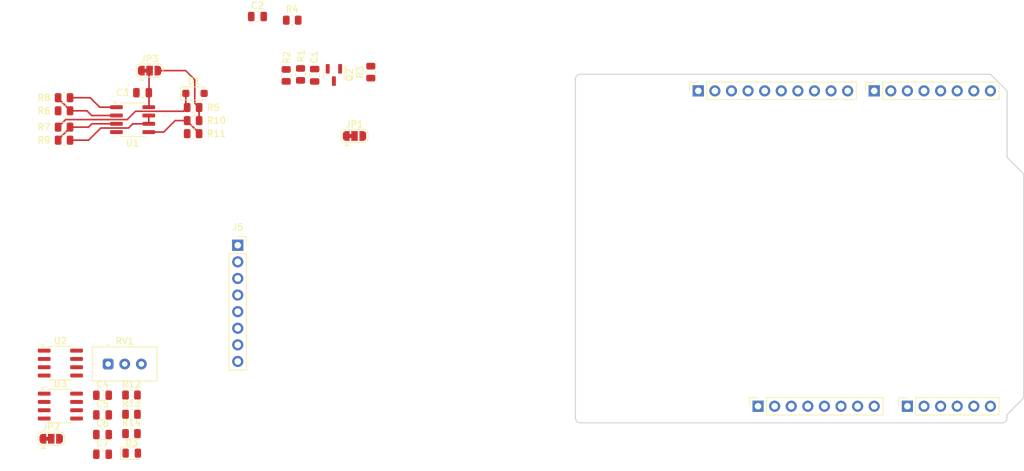
<source format=kicad_pcb>
(kicad_pcb (version 20240108) (generator "pcbnew") (generator_version "8.0")
  (title_block (date "mar. 31 mars 2015"))
  (layers (0 "F.Cu" signal) (31 "B.Cu" signal) (34 "B.Paste" user) (35 "F.Paste" user) (36 "B.SilkS" user "B.Silkscreen") (37 "F.SilkS" user "F.Silkscreen") (38 "B.Mask" user) (39 "F.Mask" user) (44 "Edge.Cuts" user))
  (net 0 "")
  (net 1 "GND")
  (net 3 "+5V")
  (net 4 "/IOREF")
  (net 5 "/A0")
  (net 6 "/A1")
  (net 7 "/A2")
  (net 8 "/A3")
  (net 9 "/SDA{slash}A4")
  (net 10 "/SCL{slash}A5")
  (net 11 "/13")
  (net 12 "/12")
  (net 13 "/AREF")
  (net 14 "/8")
  (net 15 "/7")
  (net 16 "/*11")
  (net 17 "/*10")
  (net 18 "/*9")
  (net 19 "/4")
  (net 20 "/2")
  (net 21 "/*6")
  (net 22 "/*5")
  (net 23 "/TX{slash}1")
  (net 24 "/*3")
  (net 25 "/RX{slash}0")
  (net 26 "+3V3")
  (net 27 "VCC")
  (net 28 "/~{RESET}")
  (net 29 "/IR Sensor/PT_in")
  (net 30 "Net-(Q2-B)")
  (net 31 "Net-(Q2-C)")
  (net 32 "Net-(JP3-C)")
  (net 33 "/Ultrasonic Sesnor/US_in")
  (net 34 "Net-(U3-+)")
  (net 35 "/Ultrasonic Sesnor/US_V+")
  (net 36 "Net-(D2-K)")
  (net 37 "Net-(D1-K)")
  (net 38 "Net-(D3-A)")
  (net 39 "/Magnet Sensor/MAG_in")
  (net 41 "Net-(JP1-C)")
  (net 42 "Net-(U1A--)")
  (net 43 "Net-(U1A-+)")
  (net 44 "Net-(U1B-+)")
  (net 45 "Net-(U2A--)")
  (net 50 "Net-(D2-A)")
  (footprint "Connector_PinSocket_2.54mm:PinSocket_1x08_P2.54mm_Vertical" (layer "F.Cu") (at 127.94 97.46 90)
    (property "Reference" "J1" (hide yes))
    (property "Value" "Power")
    (fp_line (start 1.33 -1.33) (end 1.33 0) (stroke (width 0.12)) (layer "F.SilkS"))
    (fp_line (start 0 -1.33) (end 1.33 -1.33) (stroke (width 0.12)) (layer "F.SilkS"))
    (fp_line (start 1.33 1.27) (end 1.33 19.11) (stroke (width 0.12)) (layer "F.SilkS"))
    (fp_line (start -1.33 1.27) (end 1.33 1.27) (stroke (width 0.12)) (layer "F.SilkS"))
    (fp_line (start -1.33 1.27) (end -1.33 19.11) (stroke (width 0.12)) (layer "F.SilkS"))
    (fp_line (start -1.33 19.11) (end 1.33 19.11) (stroke (width 0.12)) (layer "F.SilkS"))
    (pad "1" thru_hole rect (at 0 0 90) (size 1.7 1.7) (drill 1) (layers "*.Cu" "*.Mask"))
    (pad "2" thru_hole oval (at 0 2.54 90) (size 1.7 1.7) (drill 1) (layers "*.Cu" "*.Mask") (net 4 "/IOREF"))
    (pad "3" thru_hole oval (at 0 5.08 90) (size 1.7 1.7) (drill 1) (layers "*.Cu" "*.Mask") (net 28 "/~{RESET}"))
    (pad "4" thru_hole oval (at 0 7.62 90) (size 1.7 1.7) (drill 1) (layers "*.Cu" "*.Mask") (net 26 "+3V3"))
    (pad "5" thru_hole oval (at 0 10.16 90) (size 1.7 1.7) (drill 1) (layers "*.Cu" "*.Mask") (net 3 "+5V"))
    (pad "6" thru_hole oval (at 0 12.7 90) (size 1.7 1.7) (drill 1) (layers "*.Cu" "*.Mask") (net 1 "GND"))
    (pad "7" thru_hole oval (at 0 15.24 90) (size 1.7 1.7) (drill 1) (layers "*.Cu" "*.Mask") (net 1 "GND"))
    (pad "8" thru_hole oval (at 0 17.78 90) (size 1.7 1.7) (drill 1) (layers "*.Cu" "*.Mask") (net 27 "VCC"))
  )
  (footprint "Connector_PinSocket_2.54mm:PinSocket_1x06_P2.54mm_Vertical" (layer "F.Cu") (at 150.8 97.46 90)
    (property "Reference" "J3" (hide yes))
    (property "Value" "Analog")
    (fp_line (start 1.33 -1.33) (end 1.33 0) (stroke (width 0.12)) (layer "F.SilkS"))
    (fp_line (start 0 -1.33) (end 1.33 -1.33) (stroke (width 0.12)) (layer "F.SilkS"))
    (fp_line (start 1.33 1.27) (end 1.33 14.03) (stroke (width 0.12)) (layer "F.SilkS"))
    (fp_line (start -1.33 1.27) (end 1.33 1.27) (stroke (width 0.12)) (layer "F.SilkS"))
    (fp_line (start -1.33 1.27) (end -1.33 14.03) (stroke (width 0.12)) (layer "F.SilkS"))
    (fp_line (start -1.33 14.03) (end 1.33 14.03) (stroke (width 0.12)) (layer "F.SilkS"))
    (pad "1" thru_hole rect (at 0 0 90) (size 1.7 1.7) (drill 1) (layers "*.Cu" "*.Mask") (net 5 "/A0"))
    (pad "2" thru_hole oval (at 0 2.54 90) (size 1.7 1.7) (drill 1) (layers "*.Cu" "*.Mask") (net 6 "/A1"))
    (pad "3" thru_hole oval (at 0 5.08 90) (size 1.7 1.7) (drill 1) (layers "*.Cu" "*.Mask") (net 7 "/A2"))
    (pad "4" thru_hole oval (at 0 7.62 90) (size 1.7 1.7) (drill 1) (layers "*.Cu" "*.Mask") (net 8 "/A3"))
    (pad "5" thru_hole oval (at 0 10.16 90) (size 1.7 1.7) (drill 1) (layers "*.Cu" "*.Mask") (net 9 "/SDA{slash}A4"))
    (pad "6" thru_hole oval (at 0 12.7 90) (size 1.7 1.7) (drill 1) (layers "*.Cu" "*.Mask") (net 10 "/SCL{slash}A5"))
  )
  (footprint "Connector_PinSocket_2.54mm:PinSocket_1x10_P2.54mm_Vertical" (layer "F.Cu") (at 118.796 49.2 90)
    (property "Reference" "J2" (hide yes))
    (property "Value" "Digital/PWM")
    (fp_line (start 1.33 -1.33) (end 1.33 0) (stroke (width 0.12)) (layer "F.SilkS"))
    (fp_line (start 0 -1.33) (end 1.33 -1.33) (stroke (width 0.12)) (layer "F.SilkS"))
    (fp_line (start 1.33 1.27) (end 1.33 24.19) (stroke (width 0.12)) (layer "F.SilkS"))
    (fp_line (start -1.33 1.27) (end 1.33 1.27) (stroke (width 0.12)) (layer "F.SilkS"))
    (fp_line (start -1.33 1.27) (end -1.33 24.19) (stroke (width 0.12)) (layer "F.SilkS"))
    (fp_line (start -1.33 24.19) (end 1.33 24.19) (stroke (width 0.12)) (layer "F.SilkS"))
    (pad "1" thru_hole rect (at 0 0 90) (size 1.7 1.7) (drill 1) (layers "*.Cu" "*.Mask") (net 10 "/SCL{slash}A5"))
    (pad "2" thru_hole oval (at 0 2.54 90) (size 1.7 1.7) (drill 1) (layers "*.Cu" "*.Mask") (net 9 "/SDA{slash}A4"))
    (pad "3" thru_hole oval (at 0 5.08 90) (size 1.7 1.7) (drill 1) (layers "*.Cu" "*.Mask") (net 13 "/AREF"))
    (pad "4" thru_hole oval (at 0 7.62 90) (size 1.7 1.7) (drill 1) (layers "*.Cu" "*.Mask") (net 1 "GND"))
    (pad "5" thru_hole oval (at 0 10.16 90) (size 1.7 1.7) (drill 1) (layers "*.Cu" "*.Mask") (net 11 "/13"))
    (pad "6" thru_hole oval (at 0 12.7 90) (size 1.7 1.7) (drill 1) (layers "*.Cu" "*.Mask") (net 12 "/12"))
    (pad "7" thru_hole oval (at 0 15.24 90) (size 1.7 1.7) (drill 1) (layers "*.Cu" "*.Mask") (net 16 "/*11"))
    (pad "8" thru_hole oval (at 0 17.78 90) (size 1.7 1.7) (drill 1) (layers "*.Cu" "*.Mask") (net 17 "/*10"))
    (pad "9" thru_hole oval (at 0 20.32 90) (size 1.7 1.7) (drill 1) (layers "*.Cu" "*.Mask") (net 18 "/*9"))
    (pad "10" thru_hole oval (at 0 22.86 90) (size 1.7 1.7) (drill 1) (layers "*.Cu" "*.Mask") (net 14 "/8"))
  )
  (footprint "Connector_PinSocket_2.54mm:PinSocket_1x08_P2.54mm_Vertical" (layer "F.Cu") (at 145.72 49.2 90)
    (property "Reference" "J4" (hide yes))
    (property "Value" "Digital/PWM")
    (fp_line (start 1.33 -1.33) (end 1.33 0) (stroke (width 0.12)) (layer "F.SilkS"))
    (fp_line (start 0 -1.33) (end 1.33 -1.33) (stroke (width 0.12)) (layer "F.SilkS"))
    (fp_line (start 1.33 1.27) (end 1.33 19.11) (stroke (width 0.12)) (layer "F.SilkS"))
    (fp_line (start -1.33 1.27) (end 1.33 1.27) (stroke (width 0.12)) (layer "F.SilkS"))
    (fp_line (start -1.33 1.27) (end -1.33 19.11) (stroke (width 0.12)) (layer "F.SilkS"))
    (fp_line (start -1.33 19.11) (end 1.33 19.11) (stroke (width 0.12)) (layer "F.SilkS"))
    (pad "1" thru_hole rect (at 0 0 90) (size 1.7 1.7) (drill 1) (layers "*.Cu" "*.Mask") (net 15 "/7"))
    (pad "2" thru_hole oval (at 0 2.54 90) (size 1.7 1.7) (drill 1) (layers "*.Cu" "*.Mask") (net 21 "/*6"))
    (pad "3" thru_hole oval (at 0 5.08 90) (size 1.7 1.7) (drill 1) (layers "*.Cu" "*.Mask") (net 22 "/*5"))
    (pad "4" thru_hole oval (at 0 7.62 90) (size 1.7 1.7) (drill 1) (layers "*.Cu" "*.Mask") (net 19 "/4"))
    (pad "5" thru_hole oval (at 0 10.16 90) (size 1.7 1.7) (drill 1) (layers "*.Cu" "*.Mask") (net 24 "/*3"))
    (pad "6" thru_hole oval (at 0 12.7 90) (size 1.7 1.7) (drill 1) (layers "*.Cu" "*.Mask") (net 20 "/2"))
    (pad "7" thru_hole oval (at 0 15.24 90) (size 1.7 1.7) (drill 1) (layers "*.Cu" "*.Mask") (net 23 "/TX{slash}1"))
    (pad "8" thru_hole oval (at 0 17.78 90) (size 1.7 1.7) (drill 1) (layers "*.Cu" "*.Mask") (net 25 "/RX{slash}0"))
  )
  (footprint "Jumper:SolderJumper-3_P1.3mm_Bridged12_RoundedPad1.0x1.5mm" (layer "F.Cu") (at 34.835 46.105)
    (property "Reference" "JP3" (at 0 -1.8 0) (layer "F.SilkS"))
    (property "Value" "Jumper_3_Bridged12" (hide yes))
    (fp_poly (pts (xy -0.9 -0.3) (xy -0.4 -0.3) (xy -0.4 0.3) (xy -0.9 0.3)) (fill solid) (layer "F.Cu"))
    (fp_line (start -2.05 0.3) (end -2.05 -0.3) (stroke (width 0.12)) (layer "F.SilkS"))
    (fp_line (start -1.5 1.5) (end -0.9 1.5) (stroke (width 0.12)) (layer "F.SilkS"))
    (fp_line (start -1.4 -1) (end 1.4 -1) (stroke (width 0.12)) (layer "F.SilkS"))
    (fp_line (start -1.2 1.2) (end -1.5 1.5) (stroke (width 0.12)) (layer "F.SilkS"))
    (fp_line (start -1.2 1.2) (end -0.9 1.5) (stroke (width 0.12)) (layer "F.SilkS"))
    (fp_line (start 1.4 1) (end -1.4 1) (stroke (width 0.12)) (layer "F.SilkS"))
    (fp_line (start 2.05 -0.3) (end 2.05 0.3) (stroke (width 0.12)) (layer "F.SilkS"))
    (fp_arc (start -2.05 -0.3) (mid -1.844975 -0.794975) (end -1.35 -1) (stroke (width 0.12)) (layer "F.SilkS"))
    (fp_arc (start -1.35 1) (mid -1.844975 0.794975) (end -2.05 0.3) (stroke (width 0.12)) (layer "F.SilkS"))
    (fp_arc (start 1.35 -1) (mid 1.844975 -0.794975) (end 2.05 -0.3) (stroke (width 0.12)) (layer "F.SilkS"))
    (fp_arc (start 2.05 0.3) (mid 1.844975 0.794975) (end 1.35 1) (stroke (width 0.12)) (layer "F.SilkS"))
    (pad "1" smd custom (at -1.3 0) (size 1 0.5) (layers "F.Cu" "F.Mask") (net 26 "+3V3") (options (clearance outline) (anchor rect)) (primitives (gr_circle (center 0 0.25) (end 0.5 0.25) (width 0) (fill yes)) (gr_circle (center 0 -0.25) (end 0.5 -0.25) (width 0) (fill yes)) (gr_poly (pts (xy 0.55 0.75) (xy 0 0.75) (xy 0 -0.75) (xy 0.55 -0.75)) (width 0) (fill yes))))
    (pad "2" smd rect (at 0 0) (size 1 1.5) (layers "F.Cu" "F.Mask") (net 32 "Net-(JP3-C)"))
    (pad "3" smd custom (at 1.3 0) (size 1 0.5) (layers "F.Cu" "F.Mask") (net 3 "+5V") (options (clearance outline) (anchor rect)) (primitives (gr_circle (center 0 0.25) (end 0.5 0.25) (width 0) (fill yes)) (gr_circle (center 0 -0.25) (end 0.5 -0.25) (width 0) (fill yes)) (gr_poly (pts (xy 0 0.75) (xy -0.55 0.75) (xy -0.55 -0.75) (xy 0 -0.75)) (width 0) (fill yes))))
  )
  (footprint "Capacitor_SMD:C_0805_2012Metric" (layer "F.Cu") (at 33.765 49.485 180)
    (property "Reference" "C3" (at 2 0 180) (layer "F.SilkS") (effects (justify right)))
    (property "Value" "100n	")
    (fp_line (start -0.261252 0.735) (end 0.261252 0.735) (stroke (width 0.12)) (layer "F.SilkS"))
    (fp_line (start -0.261252 -0.735) (end 0.261252 -0.735) (stroke (width 0.12)) (layer "F.SilkS"))
    (pad "1" smd roundrect (at -0.95 0 180) (size 1 1.45) (layers "F.Cu" "F.Paste" "F.Mask") (net 32 "Net-(JP3-C)"))
    (pad "2" smd roundrect (at 0.95 0 180) (size 1 1.45) (layers "F.Cu" "F.Paste" "F.Mask") (net 1 "GND"))
  )
  (footprint "Potentiometer_THT:Potentiometer_Vishay_T93YA_Vertical" (layer "F.Cu") (at 28.495 91)
    (property "Reference" "RV1" (at 2.54 -3.5 0) (layer "F.SilkS"))
    (property "Value" "100k")
    (fp_line (start -2.42 -2.61) (end -2.42 2.61) (stroke (width 0.12)) (layer "F.SilkS"))
    (fp_line (start -2.42 -2.61) (end -0.3 -2.61) (stroke (width 0.12)) (layer "F.SilkS"))
    (fp_line (start -2.42 2.61) (end 7.5 2.61) (stroke (width 0.12)) (layer "F.SilkS"))
    (fp_line (start 0.4 -2.61) (end 7.5 -2.61) (stroke (width 0.12)) (layer "F.SilkS"))
    (fp_line (start 7.5 -2.61) (end 7.5 2.61) (stroke (width 0.12)) (layer "F.SilkS"))
    (fp_poly (pts (xy 0 -2.61) (xy -0.24 -2.94) (xy 0.24 -2.94) (xy 0 -2.61)) (stroke (width 0.12)) (fill solid) (layer "F.SilkS"))
    (pad "1" thru_hole roundrect (at 0 0) (size 1.65 1.65) (drill 0.85) (layers "*.Cu" "*.Mask") (net 1 "GND"))
    (pad "2" thru_hole circle (at 2.54 0) (size 1.65 1.65) (drill 0.85) (layers "*.Cu" "*.Mask") (net 45 "Net-(U2A--)"))
    (pad "3" thru_hole circle (at 5.08 0) (size 1.65 1.65) (drill 0.85) (layers "*.Cu" "*.Mask") (net 35 "/Ultrasonic Sesnor/US_V+"))
  )
  (footprint "Resistor_SMD:R_0805_2012Metric" (layer "F.Cu") (at 21.75 54.75)
    (property "Reference" "R7" (at -2 0 0) (layer "F.SilkS") (effects (justify right)))
    (property "Value" "10k")
    (fp_line (start -0.227064 -0.735) (end 0.227064 -0.735) (stroke (width 0.12)) (layer "F.SilkS"))
    (fp_line (start -0.227064 0.735) (end 0.227064 0.735) (stroke (width 0.12)) (layer "F.SilkS"))
    (pad "1" smd roundrect (at -0.9125 0) (size 1.025 1.4) (layers "F.Cu" "F.Paste" "F.Mask") (roundrect_rratio 0.243902) (net 37 "Net-(D1-K)"))
    (pad "2" smd roundrect (at 0.9125 0) (size 1.025 1.4) (layers "F.Cu" "F.Paste" "F.Mask") (roundrect_rratio 0.243902) (net 43 "Net-(U1A-+)"))
  )
  (footprint "LED_SMD:LED_0805_2012Metric" (layer "F.Cu") (at 32.105 104.64)
    (property "Reference" "D3" (at 0 -1.65 0) (layer "F.SilkS"))
    (property "Value" "LED")
    (fp_line (start -1.685 -0.96) (end -1.685 0.96) (stroke (width 0.12)) (layer "F.SilkS"))
    (fp_line (start -1.685 0.96) (end 1 0.96) (stroke (width 0.12)) (layer "F.SilkS"))
    (fp_line (start 1 -0.96) (end -1.685 -0.96) (stroke (width 0.12)) (layer "F.SilkS"))
    (pad "1" smd roundrect (at -0.9375 0) (size 0.975 1.4) (layers "F.Cu" "F.Paste" "F.Mask") (net 15 "/7"))
    (pad "2" smd roundrect (at 0.9375 0) (size 0.975 1.4) (layers "F.Cu" "F.Paste" "F.Mask") (net 38 "Net-(D3-A)"))
  )
  (footprint "Resistor_SMD:R_0805_2012Metric" (layer "F.Cu") (at 57.935 46.685 90)
    (property "Reference" "R1" (at 1.75 0.1 270) (layer "F.SilkS") (effects (justify left)))
    (property "Value" "10k")
    (fp_line (start -0.227064 -0.735) (end 0.227064 -0.735) (stroke (width 0.12)) (layer "F.SilkS"))
    (fp_line (start -0.227064 0.735) (end 0.227064 0.735) (stroke (width 0.12)) (layer "F.SilkS"))
    (pad "1" smd roundrect (at -0.9125 0 90) (size 1.025 1.4) (layers "F.Cu" "F.Paste" "F.Mask") (roundrect_rratio 0.243902) (net 41 "Net-(JP1-C)"))
    (pad "2" smd roundrect (at 0.9125 0 90) (size 1.025 1.4) (layers "F.Cu" "F.Paste" "F.Mask") (roundrect_rratio 0.243902) (net 29 "/IR Sensor/PT_in"))
  )
  (footprint "Resistor_SMD:R_0805_2012Metric" (layer "F.Cu") (at 56.665 38.385)
    (property "Reference" "R4" (at 0 -1.65 0) (layer "F.SilkS"))
    (property "Value" "10k")
    (fp_line (start -0.227064 -0.735) (end 0.227064 -0.735) (stroke (width 0.12)) (layer "F.SilkS"))
    (fp_line (start -0.227064 0.735) (end 0.227064 0.735) (stroke (width 0.12)) (layer "F.SilkS"))
    (pad "1" smd roundrect (at -0.9125 0) (size 1.025 1.4) (layers "F.Cu" "F.Paste" "F.Mask") (roundrect_rratio 0.243902) (net 8 "/A3"))
    (pad "2" smd roundrect (at 0.9125 0) (size 1.025 1.4) (layers "F.Cu" "F.Paste" "F.Mask") (roundrect_rratio 0.243902) (net 1 "GND"))
  )
  (footprint "Capacitor_SMD:C_0805_2012Metric" (layer "F.Cu") (at 27.635 101.795)
    (property "Reference" "C6" (at 0 -1.68 0) (layer "F.SilkS"))
    (property "Value" "100n")
    (fp_line (start -0.261252 -0.735) (end 0.261252 -0.735) (stroke (width 0.12)) (layer "F.SilkS"))
    (fp_line (start -0.261252 0.735) (end 0.261252 0.735) (stroke (width 0.12)) (layer "F.SilkS"))
    (pad "1" smd roundrect (at -0.95 0) (size 1 1.45) (layers "F.Cu" "F.Paste" "F.Mask") (net 1 "GND"))
    (pad "2" smd roundrect (at 0.95 0) (size 1 1.45) (layers "F.Cu" "F.Paste" "F.Mask") (net 35 "/Ultrasonic Sesnor/US_V+"))
  )
  (footprint "Jumper:SolderJumper-3_P1.3mm_Bridged12_RoundedPad1.0x1.5mm" (layer "F.Cu") (at 19.785 102.435)
    (property "Reference" "JP2" (at 0 -1.8 0) (layer "F.SilkS"))
    (property "Value" "Jumper_3_Bridged12")
    (fp_poly (pts (xy -0.9 -0.3) (xy -0.4 -0.3) (xy -0.4 0.3) (xy -0.9 0.3)) (fill solid) (layer "F.Cu"))
    (fp_line (start -2.05 0.3) (end -2.05 -0.3) (stroke (width 0.12)) (layer "F.SilkS"))
    (fp_line (start -1.5 1.5) (end -0.9 1.5) (stroke (width 0.12)) (layer "F.SilkS"))
    (fp_line (start -1.4 -1) (end 1.4 -1) (stroke (width 0.12)) (layer "F.SilkS"))
    (fp_line (start -1.2 1.2) (end -1.5 1.5) (stroke (width 0.12)) (layer "F.SilkS"))
    (fp_line (start -1.2 1.2) (end -0.9 1.5) (stroke (width 0.12)) (layer "F.SilkS"))
    (fp_line (start 1.4 1) (end -1.4 1) (stroke (width 0.12)) (layer "F.SilkS"))
    (fp_line (start 2.05 -0.3) (end 2.05 0.3) (stroke (width 0.12)) (layer "F.SilkS"))
    (fp_arc (start -2.05 -0.3) (mid -1.844975 -0.794975) (end -1.35 -1) (stroke (width 0.12)) (layer "F.SilkS"))
    (fp_arc (start -1.35 1) (mid -1.844975 0.794975) (end -2.05 0.3) (stroke (width 0.12)) (layer "F.SilkS"))
    (fp_arc (start 1.35 -1) (mid 1.844975 -0.794975) (end 2.05 -0.3) (stroke (width 0.12)) (layer "F.SilkS"))
    (fp_arc (start 2.05 0.3) (mid 1.844975 0.794975) (end 1.35 1) (stroke (width 0.12)) (layer "F.SilkS"))
    (pad "1" smd custom (at -1.3 0) (size 1 0.5) (layers "F.Cu" "F.Mask") (net 26 "+3V3") (options (clearance outline) (anchor rect)) (primitives (gr_circle (center 0 0.25) (end 0.5 0.25) (width 0) (fill yes)) (gr_circle (center 0 -0.25) (end 0.5 -0.25) (width 0) (fill yes)) (gr_poly (pts (xy 0.55 0.75) (xy 0 0.75) (xy 0 -0.75) (xy 0.55 -0.75)) (width 0) (fill yes))))
    (pad "2" smd rect (at 0 0) (size 1 1.5) (layers "F.Cu" "F.Mask") (net 35 "/Ultrasonic Sesnor/US_V+"))
    (pad "3" smd custom (at 1.3 0) (size 1 0.5) (layers "F.Cu" "F.Mask") (net 3 "+5V") (options (clearance outline) (anchor rect)) (primitives (gr_circle (center 0 0.25) (end 0.5 0.25) (width 0) (fill yes)) (gr_circle (center 0 -0.25) (end 0.5 -0.25) (width 0) (fill yes)) (gr_poly (pts (xy 0 0.75) (xy -0.55 0.75) (xy -0.55 -0.75) (xy 0 -0.75)) (width 0) (fill yes))))
  )
  (footprint "Resistor_SMD:R_0805_2012Metric" (layer "F.Cu") (at 21.75 52.25)
    (property "Reference" "R6" (at -2 0 0) (layer "F.SilkS") (effects (justify right)))
    (property "Value" "10k")
    (fp_line (start -0.227064 -0.735) (end 0.227064 -0.735) (stroke (width 0.12)) (layer "F.SilkS"))
    (fp_line (start -0.227064 0.735) (end 0.227064 0.735) (stroke (width 0.12)) (layer "F.SilkS"))
    (pad "1" smd roundrect (at -0.9125 0) (size 1.025 1.4) (layers "F.Cu" "F.Paste" "F.Mask") (roundrect_rratio 0.243902) (net 39 "/Magnet Sensor/MAG_in"))
    (pad "2" smd roundrect (at 0.9125 0) (size 1.025 1.4) (layers "F.Cu" "F.Paste" "F.Mask") (roundrect_rratio 0.243902) (net 42 "Net-(U1A--)"))
  )
  (footprint "Resistor_SMD:R_0805_2012Metric" (layer "F.Cu") (at 41.5 51.75 180)
    (property "Reference" "R5" (at -2 0 180) (layer "F.SilkS") (effects (justify left)))
    (property "Value" "4k")
    (fp_line (start -0.227064 0.735) (end 0.227064 0.735) (stroke (width 0.12)) (layer "F.SilkS"))
    (fp_line (start -0.227064 -0.735) (end 0.227064 -0.735) (stroke (width 0.12)) (layer "F.SilkS"))
    (pad "1" smd roundrect (at -0.9125 0 180) (size 1.025 1.4) (layers "F.Cu" "F.Paste" "F.Mask") (roundrect_rratio 0.243902) (net 3 "+5V"))
    (pad "2" smd roundrect (at 0.9125 0 180) (size 1.025 1.4) (layers "F.Cu" "F.Paste" "F.Mask") (roundrect_rratio 0.243902) (net 37 "Net-(D1-K)"))
  )
  (footprint "Resistor_SMD:R_0805_2012Metric" (layer "F.Cu") (at 41.5 53.75 180)
    (property "Reference" "R10" (at -2 0 180) (layer "F.SilkS") (effects (justify left)))
    (property "Value" "9.1k")
    (fp_line (start -0.227064 0.735) (end 0.227064 0.735) (stroke (width 0.12)) (layer "F.SilkS"))
    (fp_line (start -0.227064 -0.735) (end 0.227064 -0.735) (stroke (width 0.12)) (layer "F.SilkS"))
    (pad "1" smd roundrect (at -0.9125 0 180) (size 1.025 1.4) (layers "F.Cu" "F.Paste" "F.Mask") (roundrect_rratio 0.243902) (net 3 "+5V"))
    (pad "2" smd roundrect (at 0.9125 0 180) (size 1.025 1.4) (layers "F.Cu" "F.Paste" "F.Mask") (roundrect_rratio 0.243902) (net 44 "Net-(U1B-+)"))
  )
  (footprint "Resistor_SMD:R_0805_2012Metric" (layer "F.Cu") (at 32.065 98.695)
    (property "Reference" "R13" (at 0 -1.65 0) (layer "F.SilkS"))
    (property "Value" "1.4k")
    (fp_line (start -0.227064 -0.735) (end 0.227064 -0.735) (stroke (width 0.12)) (layer "F.SilkS"))
    (fp_line (start -0.227064 0.735) (end 0.227064 0.735) (stroke (width 0.12)) (layer "F.SilkS"))
    (pad "1" smd roundrect (at -0.9125 0) (size 1.025 1.4) (layers "F.Cu" "F.Paste" "F.Mask") (roundrect_rratio 0.243902) (net 36 "Net-(D2-K)"))
    (pad "2" smd roundrect (at 0.9125 0) (size 1.025 1.4) (layers "F.Cu" "F.Paste" "F.Mask") (roundrect_rratio 0.243902) (net 1 "GND"))
  )
  (footprint "Package_SO:SOIC-8_3.9x4.9mm_P1.27mm" (layer "F.Cu") (at 21.185 97.435)
    (property "Reference" "U3" (at 0 -3.4 0) (layer "F.SilkS"))
    (property "Value" "LM386")
    (fp_line (start 0 -2.56) (end -1.95 -2.56) (stroke (width 0.12)) (layer "F.SilkS"))
    (fp_line (start 0 -2.56) (end 1.95 -2.56) (stroke (width 0.12)) (layer "F.SilkS"))
    (fp_line (start 0 2.56) (end -1.95 2.56) (stroke (width 0.12)) (layer "F.SilkS"))
    (fp_line (start 0 2.56) (end 1.95 2.56) (stroke (width 0.12)) (layer "F.SilkS"))
    (fp_poly (pts (xy -2.7 -2.465) (xy -2.94 -2.795) (xy -2.46 -2.795) (xy -2.7 -2.465)) (stroke (width 0.12)) (fill solid) (layer "F.SilkS"))
    (pad "1" smd roundrect (at -2.475 -1.905) (size 1.95 0.6) (layers "F.Cu" "F.Paste" "F.Mask"))
    (pad "2" smd roundrect (at -2.475 -0.635) (size 1.95 0.6) (layers "F.Cu" "F.Paste" "F.Mask") (net 1 "GND"))
    (pad "3" smd roundrect (at -2.475 0.635) (size 1.95 0.6) (layers "F.Cu" "F.Paste" "F.Mask") (net 34 "Net-(U3-+)"))
    (pad "4" smd roundrect (at -2.475 1.905) (size 1.95 0.6) (layers "F.Cu" "F.Paste" "F.Mask") (net 1 "GND"))
    (pad "5" smd roundrect (at 2.475 1.905) (size 1.95 0.6) (layers "F.Cu" "F.Paste" "F.Mask") (net 50 "Net-(D2-A)"))
    (pad "6" smd roundrect (at 2.475 0.635) (size 1.95 0.6) (layers "F.Cu" "F.Paste" "F.Mask") (net 35 "/Ultrasonic Sesnor/US_V+"))
    (pad "7" smd roundrect (at 2.475 -0.635) (size 1.95 0.6) (layers "F.Cu" "F.Paste" "F.Mask"))
    (pad "8" smd roundrect (at 2.475 -1.905) (size 1.95 0.6) (layers "F.Cu" "F.Paste" "F.Mask"))
  )
  (footprint "Connector_PinSocket_2.54mm:PinSocket_1x08_P2.54mm_Vertical" (layer "F.Cu") (at 48.325 72.825)
    (property "Reference" "J5" (at 0 -2.77 0) (layer "F.SilkS"))
    (property "Value" "Conn_01x08")
    (fp_line (start -1.33 1.27) (end -1.33 19.11) (stroke (width 0.12)) (layer "F.SilkS"))
    (fp_line (start -1.33 1.27) (end 1.33 1.27) (stroke (width 0.12)) (layer "F.SilkS"))
    (fp_line (start -1.33 19.11) (end 1.33 19.11) (stroke (width 0.12)) (layer "F.SilkS"))
    (fp_line (start 0 -1.33) (end 1.33 -1.33) (stroke (width 0.12)) (layer "F.SilkS"))
    (fp_line (start 1.33 -1.33) (end 1.33 0) (stroke (width 0.12)) (layer "F.SilkS"))
    (fp_line (start 1.33 1.27) (end 1.33 19.11) (stroke (width 0.12)) (layer "F.SilkS"))
    (pad "1" thru_hole rect (at 0 0) (size 1.7 1.7) (drill 1) (layers "*.Cu" "*.Mask") (net 26 "+3V3"))
    (pad "2" thru_hole oval (at 0 2.54) (size 1.7 1.7) (drill 1) (layers "*.Cu" "*.Mask") (net 1 "GND"))
    (pad "3" thru_hole oval (at 0 5.08) (size 1.7 1.7) (drill 1) (layers "*.Cu" "*.Mask") (net 39 "/Magnet Sensor/MAG_in"))
    (pad "4" thru_hole oval (at 0 7.62) (size 1.7 1.7) (drill 1) (layers "*.Cu" "*.Mask") (net 29 "/IR Sensor/PT_in"))
    (pad "5" thru_hole oval (at 0 10.16) (size 1.7 1.7) (drill 1) (layers "*.Cu" "*.Mask") (net 33 "/Ultrasonic Sesnor/US_in"))
    (pad "6" thru_hole oval (at 0 12.7) (size 1.7 1.7) (drill 1) (layers "*.Cu" "*.Mask"))
    (pad "7" thru_hole oval (at 0 15.24) (size 1.7 1.7) (drill 1) (layers "*.Cu" "*.Mask") (net 1 "GND"))
    (pad "8" thru_hole oval (at 0 17.78) (size 1.7 1.7) (drill 1) (layers "*.Cu" "*.Mask") (net 3 "+5V"))
  )
  (footprint "Capacitor_SMD:C_0805_2012Metric" (layer "F.Cu") (at 27.635 98.785)
    (property "Reference" "C5" (at 0 -1.68 0) (layer "F.SilkS"))
    (property "Value" "100n")
    (fp_line (start -0.261252 -0.735) (end 0.261252 -0.735) (stroke (width 0.12)) (layer "F.SilkS"))
    (fp_line (start -0.261252 0.735) (end 0.261252 0.735) (stroke (width 0.12)) (layer "F.SilkS"))
    (pad "1" smd roundrect (at -0.95 0) (size 1 1.45) (layers "F.Cu" "F.Paste" "F.Mask") (net 1 "GND"))
    (pad "2" smd roundrect (at 0.95 0) (size 1 1.45) (layers "F.Cu" "F.Paste" "F.Mask") (net 35 "/Ultrasonic Sesnor/US_V+"))
  )
  (footprint "Jumper:SolderJumper-3_P1.3mm_Bridged12_RoundedPad1.0x1.5mm" (layer "F.Cu") (at 66.195 56.105)
    (property "Reference" "JP1" (at 0 -1.8 0) (layer "F.SilkS"))
    (property "Value" "Jumper_3_Bridged12")
    (fp_poly (pts (xy -0.9 -0.3) (xy -0.4 -0.3) (xy -0.4 0.3) (xy -0.9 0.3)) (fill solid) (layer "F.Cu"))
    (fp_line (start -2.05 0.3) (end -2.05 -0.3) (stroke (width 0.12)) (layer "F.SilkS"))
    (fp_line (start -1.5 1.5) (end -0.9 1.5) (stroke (width 0.12)) (layer "F.SilkS"))
    (fp_line (start -1.4 -1) (end 1.4 -1) (stroke (width 0.12)) (layer "F.SilkS"))
    (fp_line (start -1.2 1.2) (end -1.5 1.5) (stroke (width 0.12)) (layer "F.SilkS"))
    (fp_line (start -1.2 1.2) (end -0.9 1.5) (stroke (width 0.12)) (layer "F.SilkS"))
    (fp_line (start 1.4 1) (end -1.4 1) (stroke (width 0.12)) (layer "F.SilkS"))
    (fp_line (start 2.05 -0.3) (end 2.05 0.3) (stroke (width 0.12)) (layer "F.SilkS"))
    (fp_arc (start -2.05 -0.3) (mid -1.844975 -0.794975) (end -1.35 -1) (stroke (width 0.12)) (layer "F.SilkS"))
    (fp_arc (start -1.35 1) (mid -1.844975 0.794975) (end -2.05 0.3) (stroke (width 0.12)) (layer "F.SilkS"))
    (fp_arc (start 1.35 -1) (mid 1.844975 -0.794975) (end 2.05 -0.3) (stroke (width 0.12)) (layer "F.SilkS"))
    (fp_arc (start 2.05 0.3) (mid 1.844975 0.794975) (end 1.35 1) (stroke (width 0.12)) (layer "F.SilkS"))
    (pad "1" smd custom (at -1.3 0) (size 1 0.5) (layers "F.Cu" "F.Mask") (net 26 "+3V3") (options (clearance outline) (anchor rect)) (primitives (gr_circle (center 0 0.25) (end 0.5 0.25) (width 0) (fill yes)) (gr_circle (center 0 -0.25) (end 0.5 -0.25) (width 0) (fill yes)) (gr_poly (pts (xy 0.55 0.75) (xy 0 0.75) (xy 0 -0.75) (xy 0.55 -0.75)) (width 0) (fill yes))))
    (pad "2" smd rect (at 0 0) (size 1 1.5) (layers "F.Cu" "F.Mask") (net 41 "Net-(JP1-C)"))
    (pad "3" smd custom (at 1.3 0) (size 1 0.5) (layers "F.Cu" "F.Mask") (net 3 "+5V") (options (clearance outline) (anchor rect)) (primitives (gr_circle (center 0 0.25) (end 0.5 0.25) (width 0) (fill yes)) (gr_circle (center 0 -0.25) (end 0.5 -0.25) (width 0) (fill yes)) (gr_poly (pts (xy 0 0.75) (xy -0.55 0.75) (xy -0.55 -0.75) (xy 0 -0.75)) (width 0) (fill yes))))
  )
  (footprint "Diode_SMD:D_SOD-123F" (layer "F.Cu") (at 41.78 49.585)
    (property "Reference" "D1" (at -0.127 -1.905 0) (layer "F.SilkS"))
    (property "Value" "2V")
    (fp_line (start -2.21 -1) (end -2.21 1) (stroke (width 0.12)) (layer "F.SilkS"))
    (fp_line (start -2.21 -1) (end 1.65 -1) (stroke (width 0.12)) (layer "F.SilkS"))
    (fp_line (start -2.21 1) (end 1.65 1) (stroke (width 0.12)) (layer "F.SilkS"))
    (pad "1" smd roundrect (at -1.4 0) (size 1.1 1.1) (layers "F.Cu" "F.Paste" "F.Mask") (roundrect_rratio 0.2272727273) (net 37 "Net-(D1-K)"))
    (pad "2" smd roundrect (at 1.4 0) (size 1.1 1.1) (layers "F.Cu" "F.Paste" "F.Mask") (roundrect_rratio 0.2272727273) (net 5 "/A0"))
  )
  (footprint "Arduino_MountingHole:MountingHole_3.2mm" (layer "F.Cu") (at 115.24 49.2)
    (property "Reference" "MH1" (hide yes))
    (property "Value" "MountingHole_3.2mm" (hide yes))
    (pad "" np_thru_hole circle (at 0 0) (size 3.2 3.2) (drill 3.2) (layers "*.Cu" "*.Mask"))
  )
  (footprint "Resistor_SMD:R_0805_2012Metric" (layer "F.Cu") (at 68.685 46.335 90)
    (property "Reference" "R3" (at 0 -1.65 270) (layer "F.SilkS"))
    (property "Value" "4.3k")
    (fp_line (start -0.227064 -0.735) (end 0.227064 -0.735) (stroke (width 0.12)) (layer "F.SilkS"))
    (fp_line (start -0.227064 0.735) (end 0.227064 0.735) (stroke (width 0.12)) (layer "F.SilkS"))
    (pad "1" smd roundrect (at -0.9125 0 90) (size 1.025 1.4) (layers "F.Cu" "F.Paste" "F.Mask") (roundrect_rratio 0.243902) (net 41 "Net-(JP1-C)"))
    (pad "2" smd roundrect (at 0.9125 0 90) (size 1.025 1.4) (layers "F.Cu" "F.Paste" "F.Mask") (roundrect_rratio 0.243902) (net 31 "Net-(Q2-C)"))
  )
  (footprint "Capacitor_SMD:C_0805_2012Metric" (layer "F.Cu") (at 27.635 95.775)
    (property "Reference" "C4" (at 0 -1.68 0) (layer "F.SilkS"))
    (property "Value" "100n")
    (fp_line (start -0.261252 -0.735) (end 0.261252 -0.735) (stroke (width 0.12)) (layer "F.SilkS"))
    (fp_line (start -0.261252 0.735) (end 0.261252 0.735) (stroke (width 0.12)) (layer "F.SilkS"))
    (pad "1" smd roundrect (at -0.95 0) (size 1 1.45) (layers "F.Cu" "F.Paste" "F.Mask") (net 33 "/Ultrasonic Sesnor/US_in"))
    (pad "2" smd roundrect (at 0.95 0) (size 1 1.45) (layers "F.Cu" "F.Paste" "F.Mask") (net 34 "Net-(U3-+)"))
  )
  (footprint "Resistor_SMD:R_0805_2012Metric" (layer "F.Cu") (at 32.065 101.645)
    (property "Reference" "R14" (at 0 -1.65 0) (layer "F.SilkS"))
    (property "Value" "220")
    (fp_line (start -0.227064 -0.735) (end 0.227064 -0.735) (stroke (width 0.12)) (layer "F.SilkS"))
    (fp_line (start -0.227064 0.735) (end 0.227064 0.735) (stroke (width 0.12)) (layer "F.SilkS"))
    (pad "1" smd roundrect (at -0.9125 0) (size 1.025 1.4) (layers "F.Cu" "F.Paste" "F.Mask") (roundrect_rratio 0.243902) (net 35 "/Ultrasonic Sesnor/US_V+"))
    (pad "2" smd roundrect (at 0.9125 0) (size 1.025 1.4) (layers "F.Cu" "F.Paste" "F.Mask") (roundrect_rratio 0.243902) (net 38 "Net-(D3-A)"))
  )
  (footprint "Resistor_SMD:R_0805_2012Metric" (layer "F.Cu") (at 41.5 55.75 180)
    (property "Reference" "R11" (at -2 0 180) (layer "F.SilkS") (effects (justify left)))
    (property "Value" "1k")
    (fp_line (start -0.227064 0.735) (end 0.227064 0.735) (stroke (width 0.12)) (layer "F.SilkS"))
    (fp_line (start -0.227064 -0.735) (end 0.227064 -0.735) (stroke (width 0.12)) (layer "F.SilkS"))
    (pad "1" smd roundrect (at -0.9125 0 180) (size 1.025 1.4) (layers "F.Cu" "F.Paste" "F.Mask") (roundrect_rratio 0.243902) (net 44 "Net-(U1B-+)"))
    (pad "2" smd roundrect (at 0.9125 0 180) (size 1.025 1.4) (layers "F.Cu" "F.Paste" "F.Mask") (roundrect_rratio 0.243902) (net 1 "GND"))
  )
  (footprint "Package_SO:SOIC-8_3.9x4.9mm_P1.27mm" (layer "F.Cu") (at 32.235 53.605)
    (property "Reference" "U1" (at 0 3.6 0) (layer "F.SilkS"))
    (property "Value" "MCP602")
    (fp_line (start 0 -2.56) (end -1.95 -2.56) (stroke (width 0.12)) (layer "F.SilkS"))
    (fp_line (start 0 -2.56) (end 1.95 -2.56) (stroke (width 0.12)) (layer "F.SilkS"))
    (fp_line (start 0 2.56) (end -1.95 2.56) (stroke (width 0.12)) (layer "F.SilkS"))
    (fp_line (start 0 2.56) (end 1.95 2.56) (stroke (width 0.12)) (layer "F.SilkS"))
    (fp_poly (pts (xy -2.7 -2.465) (xy -2.94 -2.795) (xy -2.46 -2.795) (xy -2.7 -2.465)) (stroke (width 0.12)) (fill solid) (layer "F.SilkS"))
    (pad "1" smd roundrect (at -2.475 -1.905) (size 1.95 0.6) (layers "F.Cu" "F.Paste" "F.Mask") (net 6 "/A1"))
    (pad "2" smd roundrect (at -2.475 -0.635) (size 1.95 0.6) (layers "F.Cu" "F.Paste" "F.Mask") (net 42 "Net-(U1A--)"))
    (pad "3" smd roundrect (at -2.475 0.635) (size 1.95 0.6) (layers "F.Cu" "F.Paste" "F.Mask") (net 43 "Net-(U1A-+)"))
    (pad "4" smd roundrect (at -2.475 1.905) (size 1.95 0.6) (layers "F.Cu" "F.Paste" "F.Mask") (net 1 "GND"))
    (pad "5" smd roundrect (at 2.475 1.905) (size 1.95 0.6) (layers "F.Cu" "F.Paste" "F.Mask") (net 44 "Net-(U1B-+)"))
    (pad "6" smd roundrect (at 2.475 0.635) (size 1.95 0.6) (layers "F.Cu" "F.Paste" "F.Mask") (net 7 "/A2"))
    (pad "7" smd roundrect (at 2.475 -0.635) (size 1.95 0.6) (layers "F.Cu" "F.Paste" "F.Mask") (net 7 "/A2"))
    (pad "8" smd roundrect (at 2.475 -1.905) (size 1.95 0.6) (layers "F.Cu" "F.Paste" "F.Mask") (net 32 "Net-(JP3-C)"))
  )
  (footprint "Package_TO_SOT_SMD:SOT-23" (layer "F.Cu") (at 63.04 46.765 -90)
    (property "Reference" "Q2" (at 0 -2.4 90) (layer "F.SilkS"))
    (property "Value" "NPN")
    (fp_line (start 0 1.56) (end -0.65 1.56) (stroke (width 0.12)) (layer "F.SilkS"))
    (fp_line (start 0 1.56) (end 0.65 1.56) (stroke (width 0.12)) (layer "F.SilkS"))
    (fp_line (start 0 -1.56) (end -0.65 -1.56) (stroke (width 0.12)) (layer "F.SilkS"))
    (fp_line (start 0 -1.56) (end 0.65 -1.56) (stroke (width 0.12)) (layer "F.SilkS"))
    (fp_poly (pts (xy -1.1625 -1.51) (xy -1.4025 -1.84) (xy -0.9225 -1.84) (xy -1.1625 -1.51)) (stroke (width 0.12)) (fill solid) (layer "F.SilkS"))
    (pad "1" smd roundrect (at -0.9375 -0.95 270) (size 1.475 0.6) (layers "F.Cu" "F.Paste" "F.Mask") (net 31 "Net-(Q2-C)"))
    (pad "2" smd roundrect (at -0.9375 0.95 270) (size 1.475 0.6) (layers "F.Cu" "F.Paste" "F.Mask") (net 30 "Net-(Q2-B)"))
    (pad "3" smd roundrect (at 0.9375 0 270) (size 1.475 0.6) (layers "F.Cu" "F.Paste" "F.Mask") (net 1 "GND"))
  )
  (footprint "Resistor_SMD:R_0805_2012Metric" (layer "F.Cu") (at 55.735 46.835 90)
    (property "Reference" "R2" (at 2.75 0.1 270) (layer "F.SilkS"))
    (property "Value" "680k")
    (fp_line (start -0.227064 -0.735) (end 0.227064 -0.735) (stroke (width 0.12)) (layer "F.SilkS"))
    (fp_line (start -0.227064 0.735) (end 0.227064 0.735) (stroke (width 0.12)) (layer "F.SilkS"))
    (pad "1" smd roundrect (at -0.9125 0 90) (size 1.025 1.4) (layers "F.Cu" "F.Paste" "F.Mask") (roundrect_rratio 0.243902) (net 41 "Net-(JP1-C)"))
    (pad "2" smd roundrect (at 0.9125 0 90) (size 1.025 1.4) (layers "F.Cu" "F.Paste" "F.Mask") (roundrect_rratio 0.243902) (net 30 "Net-(Q2-B)"))
  )
  (footprint "Resistor_SMD:R_0805_2012Metric" (layer "F.Cu") (at 21.75 50.25)
    (property "Reference" "R8" (at -2 0 0) (layer "F.SilkS") (effects (justify right)))
    (property "Value" "1M")
    (fp_line (start -0.227064 -0.735) (end 0.227064 -0.735) (stroke (width 0.12)) (layer "F.SilkS"))
    (fp_line (start -0.227064 0.735) (end 0.227064 0.735) (stroke (width 0.12)) (layer "F.SilkS"))
    (pad "1" smd roundrect (at -0.9125 0) (size 1.025 1.4) (layers "F.Cu" "F.Paste" "F.Mask") (roundrect_rratio 0.243902) (net 42 "Net-(U1A--)"))
    (pad "2" smd roundrect (at 0.9125 0) (size 1.025 1.4) (layers "F.Cu" "F.Paste" "F.Mask") (roundrect_rratio 0.243902) (net 6 "/A1"))
  )
  (footprint "Capacitor_SMD:C_0805_2012Metric" (layer "F.Cu") (at 27.635 104.805)
    (property "Reference" "C7" (at 0 -1.68 0) (layer "F.SilkS"))
    (property "Value" "47n")
    (fp_line (start -0.261252 -0.735) (end 0.261252 -0.735) (stroke (width 0.12)) (layer "F.SilkS"))
    (fp_line (start -0.261252 0.735) (end 0.261252 0.735) (stroke (width 0.12)) (layer "F.SilkS"))
    (pad "1" smd roundrect (at -0.95 0) (size 1 1.45) (layers "F.Cu" "F.Paste" "F.Mask") (net 1 "GND"))
    (pad "2" smd roundrect (at 0.95 0) (size 1 1.45) (layers "F.Cu" "F.Paste" "F.Mask") (net 36 "Net-(D2-K)"))
  )
  (footprint "Capacitor_SMD:C_0805_2012Metric" (layer "F.Cu") (at 60.095 46.815 -90)
    (property "Reference" "C1" (at -2.75 0.07 90) (layer "F.SilkS"))
    (property "Value" "0.1u")
    (fp_line (start -0.261252 0.735) (end 0.261252 0.735) (stroke (width 0.12)) (layer "F.SilkS"))
    (fp_line (start -0.261252 -0.735) (end 0.261252 -0.735) (stroke (width 0.12)) (layer "F.SilkS"))
    (pad "1" smd roundrect (at -0.95 0 270) (size 1 1.45) (layers "F.Cu" "F.Paste" "F.Mask") (net 29 "/IR Sensor/PT_in"))
    (pad "2" smd roundrect (at 0.95 0 270) (size 1 1.45) (layers "F.Cu" "F.Paste" "F.Mask") (net 30 "Net-(Q2-B)"))
  )
  (footprint "Capacitor_SMD:C_0805_2012Metric" (layer "F.Cu") (at 51.345 37.825)
    (property "Reference" "C2" (at 0 -1.68 0) (layer "F.SilkS"))
    (property "Value" "0.1u")
    (fp_line (start -0.261252 -0.735) (end 0.261252 -0.735) (stroke (width 0.12)) (layer "F.SilkS"))
    (fp_line (start -0.261252 0.735) (end 0.261252 0.735) (stroke (width 0.12)) (layer "F.SilkS"))
    (pad "1" smd roundrect (at -0.95 0) (size 1 1.45) (layers "F.Cu" "F.Paste" "F.Mask") (net 31 "Net-(Q2-C)"))
    (pad "2" smd roundrect (at 0.95 0) (size 1 1.45) (layers "F.Cu" "F.Paste" "F.Mask") (net 8 "/A3"))
  )
  (footprint "Package_SO:SOIC-8_3.9x4.9mm_P1.27mm" (layer "F.Cu") (at 21.185 90.855)
    (property "Reference" "U2" (at 0 -3.4 0) (layer "F.SilkS"))
    (property "Value" "LM393")
    (fp_line (start 0 -2.56) (end -1.95 -2.56) (stroke (width 0.12)) (layer "F.SilkS"))
    (fp_line (start 0 -2.56) (end 1.95 -2.56) (stroke (width 0.12)) (layer "F.SilkS"))
    (fp_line (start 0 2.56) (end -1.95 2.56) (stroke (width 0.12)) (layer "F.SilkS"))
    (fp_line (start 0 2.56) (end 1.95 2.56) (stroke (width 0.12)) (layer "F.SilkS"))
    (fp_poly (pts (xy -2.7 -2.465) (xy -2.94 -2.795) (xy -2.46 -2.795) (xy -2.7 -2.465)) (stroke (width 0.12)) (fill solid) (layer "F.SilkS"))
    (pad "1" smd roundrect (at -2.475 -1.905) (size 1.95 0.6) (layers "F.Cu" "F.Paste" "F.Mask") (net 15 "/7"))
    (pad "2" smd roundrect (at -2.475 -0.635) (size 1.95 0.6) (layers "F.Cu" "F.Paste" "F.Mask") (net 45 "Net-(U2A--)"))
    (pad "3" smd roundrect (at -2.475 0.635) (size 1.95 0.6) (layers "F.Cu" "F.Paste" "F.Mask") (net 36 "Net-(D2-K)"))
    (pad "4" smd roundrect (at -2.475 1.905) (size 1.95 0.6) (layers "F.Cu" "F.Paste" "F.Mask") (net 1 "GND"))
    (pad "5" smd roundrect (at 2.475 1.905) (size 1.95 0.6) (layers "F.Cu" "F.Paste" "F.Mask") (net 35 "/Ultrasonic Sesnor/US_V+"))
    (pad "6" smd roundrect (at 2.475 0.635) (size 1.95 0.6) (layers "F.Cu" "F.Paste" "F.Mask") (net 1 "GND"))
    (pad "7" smd roundrect (at 2.475 -0.635) (size 1.95 0.6) (layers "F.Cu" "F.Paste" "F.Mask"))
    (pad "8" smd roundrect (at 2.475 -1.905) (size 1.95 0.6) (layers "F.Cu" "F.Paste" "F.Mask") (net 35 "/Ultrasonic Sesnor/US_V+"))
  )
  (footprint "Arduino_MountingHole:MountingHole_3.2mm" (layer "F.Cu") (at 113.97 97.46)
    (property "Reference" "MH2" (hide yes))
    (property "Value" "MountingHole_3.2mm" (hide yes))
    (pad "" np_thru_hole circle (at 0 0) (size 3.2 3.2) (drill 3.2) (layers "*.Cu" "*.Mask"))
  )
  (footprint "Resistor_SMD:R_0805_2012Metric" (layer "F.Cu") (at 32.065 95.745)
    (property "Reference" "R12" (at 0 -1.65 0) (layer "F.SilkS"))
    (property "Value" "1.4k")
    (fp_line (start -0.227064 -0.735) (end 0.227064 -0.735) (stroke (width 0.12)) (layer "F.SilkS"))
    (fp_line (start -0.227064 0.735) (end 0.227064 0.735) (stroke (width 0.12)) (layer "F.SilkS"))
    (pad "1" smd roundrect (at -0.9125 0) (size 1.025 1.4) (layers "F.Cu" "F.Paste" "F.Mask") (roundrect_rratio 0.243902) (net 33 "/Ultrasonic Sesnor/US_in"))
    (pad "2" smd roundrect (at 0.9125 0) (size 1.025 1.4) (layers "F.Cu" "F.Paste" "F.Mask") (roundrect_rratio 0.243902) (net 1 "GND"))
  )
  (footprint "Arduino_MountingHole:MountingHole_3.2mm" (layer "F.Cu") (at 166.04 64.44)
    (property "Reference" "MH3" (hide yes))
    (property "Value" "MountingHole_3.2mm" (hide yes))
    (pad "" np_thru_hole circle (at 0 0) (size 3.2 3.2) (drill 3.2) (layers "*.Cu" "*.Mask"))
  )
  (footprint "Arduino_MountingHole:MountingHole_3.2mm" (layer "F.Cu") (at 166.04 92.38)
    (property "Reference" "MH4" (hide yes))
    (property "Value" "MountingHole_3.2mm" (hide yes))
    (pad "" np_thru_hole circle (at 0 0) (size 3.2 3.2) (drill 3.2) (layers "*.Cu" "*.Mask"))
  )
  (footprint "Resistor_SMD:R_0805_2012Metric" (layer "F.Cu") (at 21.75 56.75)
    (property "Reference" "R9" (at -2 0 360) (layer "F.SilkS") (effects (justify right)))
    (property "Value" "1M")
    (fp_line (start -0.227064 -0.735) (end 0.227064 -0.735) (stroke (width 0.12)) (layer "F.SilkS"))
    (fp_line (start -0.227064 0.735) (end 0.227064 0.735) (stroke (width 0.12)) (layer "F.SilkS"))
    (pad "1" smd roundrect (at -0.9125 0) (size 1.025 1.4) (layers "F.Cu" "F.Paste" "F.Mask") (roundrect_rratio 0.243902) (net 43 "Net-(U1A-+)"))
    (pad "2" smd roundrect (at 0.9125 0) (size 1.025 1.4) (layers "F.Cu" "F.Paste" "F.Mask") (roundrect_rratio 0.243902) (net 7 "/A2"))
  )
  (gr_line (start 166.04 59.36) (end 168.58 61.9) (stroke (width 0.15)) (layer "Edge.Cuts"))
  (gr_line (start 100 99.238) (end 100 47.422) (stroke (width 0.15)) (layer "Edge.Cuts"))
  (gr_line (start 168.58 61.9) (end 168.58 96.19) (stroke (width 0.15)) (layer "Edge.Cuts"))
  (gr_line (start 165.278 100) (end 100.762 100) (stroke (width 0.15)) (layer "Edge.Cuts"))
  (gr_line (start 100.762 46.66) (end 163.5 46.66) (stroke (width 0.15)) (layer "Edge.Cuts"))
  (gr_arc (start 100.762 100) (mid 100.223185 99.776815) (end 100 99.238) (stroke (width 0.15)) (layer "Edge.Cuts"))
  (gr_line (start 168.58 96.19) (end 166.04 98.73) (stroke (width 0.15)) (layer "Edge.Cuts"))
  (gr_line (start 163.5 46.66) (end 166.04 49.2) (stroke (width 0.15)) (layer "Edge.Cuts"))
  (gr_arc (start 166.04 99.238) (mid 165.816815 99.776815) (end 165.278 100) (stroke (width 0.15)) (layer "Edge.Cuts"))
  (gr_line (start 166.04 49.2) (end 166.04 59.36) (stroke (width 0.15)) (layer "Edge.Cuts"))
  (gr_line (start 166.04 98.73) (end 166.04 99.238) (stroke (width 0.15)) (layer "Edge.Cuts"))
  (gr_arc (start 100 47.422) (mid 100.223185 46.883185) (end 100.762 46.66) (stroke (width 0.15)) (layer "Edge.Cuts"))
  (segment (start 40.355 46.105) (end 41.75 47.5) (width 0.25) (layer "F.Cu") (net 3))
  (segment (start 41.75 47.5) (end 41.75 51.0875) (width 0.25) (layer "F.Cu") (net 3))
  (segment (start 41.75 51.0875) (end 42.4125 51.75) (width 0.25) (layer "F.Cu") (net 3))
  (segment (start 42.4125 51.75) (end 42.4125 53.75) (width 0.25) (layer "F.Cu") (net 3))
  (segment (start 36.135 46.105) (end 40.355 46.105) (width 0.25) (layer "F.Cu") (net 3))
  (segment (start 29.76 51.7) (end 27.2 51.7) (width 0.25) (layer "F.Cu") (net 6))
  (segment (start 25.75 50.25) (end 22.6625 50.25) (width 0.25) (layer "F.Cu") (net 6))
  (segment (start 27.2 51.7) (end 25.75 50.25) (width 0.25) (layer "F.Cu") (net 6))
  (segment (start 32.75 54.25) (end 32.76 54.24) (width 0.25) (layer "F.Cu") (net 7))
  (segment (start 34.71 52.97) (end 34.71 54.24) (width 0.25) (layer "F.Cu") (net 7))
  (segment (start 32.76 54.24) (end 34.71 54.24) (width 0.25) (layer "F.Cu") (net 7))
  (segment (start 32.25 54.25) (end 32.75 54.25) (width 0.25) (layer "F.Cu") (net 7))
  (segment (start 25.5 56.75) (end 27.365 54.885) (width 0.25) (layer "F.Cu") (net 7))
  (segment (start 27.365 54.885) (end 31.615 54.885) (width 0.25) (layer "F.Cu") (net 7))
  (segment (start 31.615 54.885) (end 32.25 54.25) (width 0.25) (layer "F.Cu") (net 7))
  (segment (start 22.6625 56.75) (end 25.5 56.75) (width 0.25) (layer "F.Cu") (net 7))
  (segment (start 34.75 46.19) (end 34.75 51.66) (width 0.25) (layer "F.Cu") (net 32))
  (segment (start 34.835 46.105) (end 34.75 46.19) (width 0.25) (layer "F.Cu") (net 32))
  (segment (start 34.75 51.66) (end 34.71 51.7) (width 0.25) (layer "F.Cu") (net 32))
  (segment (start 32.675 52.325) (end 40.0125 52.325) (width 0.25) (layer "F.Cu") (net 37))
  (segment (start 40.38 51.5425) (end 40.5875 51.75) (width 0.25) (layer "F.Cu") (net 37))
  (segment (start 40.0125 52.325) (end 40.5875 51.75) (width 0.25) (layer "F.Cu") (net 37))
  (segment (start 31.405 53.595) (end 32.675 52.325) (width 0.25) (layer "F.Cu") (net 37))
  (segment (start 40.38 49.585) (end 40.38 51.5425) (width 0.25) (layer "F.Cu") (net 37))
  (segment (start 20.8375 54.75) (end 21.9925 53.595) (width 0.25) (layer "F.Cu") (net 37))
  (segment (start 21.9925 53.595) (end 31.405 53.595) (width 0.25) (layer "F.Cu") (net 37))
  (segment (start 25.25 52.25) (end 22.6625 52.25) (width 0.25) (layer "F.Cu") (net 42))
  (segment (start 20.8375 50.5875) (end 20.8375 50.5) (width 0.25) (layer "F.Cu") (net 42))
  (segment (start 20.8375 50.3375) (end 20.8375 50.25) (width 0.25) (layer "F.Cu") (net 42))
  (segment (start 29.76 52.97) (end 25.97 52.97) (width 0.25) (layer "F.Cu") (net 42))
  (segment (start 22.6625 52.1625) (end 20.8375 50.3375) (width 0.25) (layer "F.Cu") (net 42))
  (segment (start 22.6625 52.25) (end 22.6625 52.1625) (width 0.25) (layer "F.Cu") (net 42))
  (segment (start 25.97 52.97) (end 25.25 52.25) (width 0.25) (layer "F.Cu") (net 42))
  (segment (start 22.6625 52.5) (end 22.6625 52.4125) (width 0.25) (layer "F.Cu") (net 42))
  (segment (start 20.8375 56.75) (end 20.8375 56.6625) (width 0.25) (layer "F.Cu") (net 43))
  (segment (start 22.6625 54.8375) (end 22.6625 54.75) (width 0.25) (layer "F.Cu") (net 43))
  (segment (start 20.8375 56.6625) (end 22.6625 54.8375) (width 0.25) (layer "F.Cu") (net 43))
  (segment (start 26.01 54.24) (end 25.5 54.75) (width 0.25) (layer "F.Cu") (net 43))
  (segment (start 25.5 54.75) (end 22.6625 54.75) (width 0.25) (layer "F.Cu") (net 43))
  (segment (start 29.76 54.24) (end 26.01 54.24) (width 0.25) (layer "F.Cu") (net 43))
  (segment (start 34.72 55.5) (end 34.71 55.51) (width 0.25) (layer "F.Cu") (net 44))
  (segment (start 40.5875 53.8375) (end 42.4125 55.6625) (width 0.25) (layer "F.Cu") (net 44))
  (segment (start 40.5875 53.75) (end 40.5875 53.8375) (width 0.25) (layer "F.Cu") (net 44))
  (segment (start 40.5875 53.75) (end 38.75 53.75) (width 0.25) (layer "F.Cu") (net 44))
  (segment (start 36.99 55.51) (end 34.71 55.51) (width 0.25) (layer "F.Cu") (net 44))
  (segment (start 42.4125 55.6625) (end 42.4125 55.75) (width 0.25) (layer "F.Cu") (net 44))
  (segment (start 38.75 53.75) (end 36.99 55.51) (width 0.25) (layer "F.Cu") (net 44))
)
</source>
